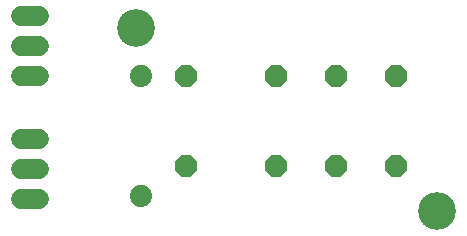
<source format=gbr>
G04 EAGLE Gerber RS-274X export*
G75*
%MOMM*%
%FSLAX34Y34*%
%LPD*%
%INSoldermask Top*%
%IPPOS*%
%AMOC8*
5,1,8,0,0,1.08239X$1,22.5*%
G01*
%ADD10C,3.203200*%
%ADD11C,1.879600*%
%ADD12C,1.727200*%
%ADD13P,1.951766X8X202.500000*%
%ADD14P,1.951766X8X22.500000*%


D10*
X109520Y190000D03*
X364520Y35000D03*
D11*
X114300Y48260D03*
X114300Y149860D03*
D12*
X27940Y149860D02*
X12700Y149860D01*
X12700Y175260D02*
X27940Y175260D01*
X27940Y200660D02*
X12700Y200660D01*
X12700Y45720D02*
X27940Y45720D01*
X27940Y71120D02*
X12700Y71120D01*
X12700Y96520D02*
X27940Y96520D01*
D13*
X279400Y73660D03*
X330200Y73660D03*
D14*
X228600Y73660D03*
D13*
X152400Y73660D03*
X152400Y149860D03*
D14*
X228600Y149860D03*
X279400Y149860D03*
X330200Y149860D03*
M02*

</source>
